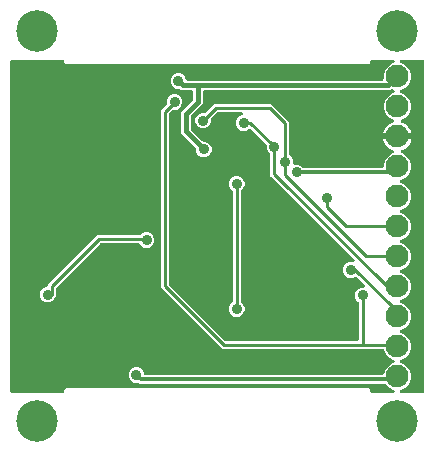
<source format=gbr>
G04 EAGLE Gerber RS-274X export*
G75*
%MOMM*%
%FSLAX34Y34*%
%LPD*%
%INBottom Copper*%
%IPPOS*%
%AMOC8*
5,1,8,0,0,1.08239X$1,22.5*%
G01*
%ADD10C,3.516000*%
%ADD11C,1.930400*%
%ADD12C,0.906400*%
%ADD13C,0.304800*%
%ADD14C,0.254000*%
%ADD15C,0.406400*%

G36*
X46762Y-1520D02*
X46762Y-1520D01*
X46788Y-1522D01*
X46935Y-1500D01*
X47082Y-1483D01*
X47107Y-1475D01*
X47133Y-1471D01*
X47271Y-1416D01*
X47410Y-1366D01*
X47432Y-1352D01*
X47457Y-1342D01*
X47578Y-1257D01*
X47703Y-1177D01*
X47721Y-1158D01*
X47743Y-1143D01*
X47842Y-1033D01*
X47945Y-926D01*
X47959Y-904D01*
X47976Y-884D01*
X48048Y-754D01*
X48124Y-627D01*
X48132Y-602D01*
X48145Y-579D01*
X48185Y-436D01*
X48230Y-295D01*
X48232Y-269D01*
X48240Y-244D01*
X48259Y0D01*
X48259Y1052D01*
X49748Y2541D01*
X305852Y2541D01*
X307341Y1052D01*
X307341Y0D01*
X307344Y-26D01*
X307342Y-52D01*
X307364Y-199D01*
X307381Y-346D01*
X307389Y-371D01*
X307393Y-397D01*
X307448Y-535D01*
X307498Y-674D01*
X307512Y-696D01*
X307522Y-721D01*
X307607Y-842D01*
X307687Y-967D01*
X307706Y-985D01*
X307721Y-1007D01*
X307831Y-1106D01*
X307938Y-1209D01*
X307960Y-1223D01*
X307980Y-1240D01*
X308110Y-1312D01*
X308237Y-1388D01*
X308262Y-1396D01*
X308285Y-1409D01*
X308428Y-1449D01*
X308569Y-1494D01*
X308595Y-1496D01*
X308620Y-1504D01*
X308864Y-1523D01*
X326346Y-1523D01*
X326396Y-1518D01*
X326447Y-1520D01*
X326569Y-1498D01*
X326693Y-1483D01*
X326740Y-1466D01*
X326790Y-1457D01*
X326904Y-1408D01*
X327021Y-1366D01*
X327063Y-1339D01*
X327109Y-1319D01*
X327209Y-1244D01*
X327314Y-1177D01*
X327349Y-1141D01*
X327389Y-1111D01*
X327469Y-1016D01*
X327556Y-926D01*
X327582Y-883D01*
X327614Y-845D01*
X327671Y-734D01*
X327735Y-627D01*
X327750Y-579D01*
X327773Y-534D01*
X327803Y-414D01*
X327841Y-295D01*
X327845Y-245D01*
X327857Y-196D01*
X327859Y-72D01*
X327869Y52D01*
X327861Y102D01*
X327862Y152D01*
X327835Y274D01*
X327817Y397D01*
X327798Y444D01*
X327788Y493D01*
X327734Y605D01*
X327688Y721D01*
X327660Y762D01*
X327638Y808D01*
X327560Y905D01*
X327489Y1007D01*
X327452Y1041D01*
X327421Y1080D01*
X327323Y1157D01*
X327231Y1240D01*
X327187Y1265D01*
X327147Y1296D01*
X326929Y1407D01*
X323581Y2794D01*
X320218Y6157D01*
X320119Y6236D01*
X320025Y6320D01*
X319983Y6344D01*
X319945Y6374D01*
X319831Y6428D01*
X319720Y6489D01*
X319674Y6502D01*
X319630Y6523D01*
X319507Y6549D01*
X319385Y6584D01*
X319324Y6589D01*
X319289Y6596D01*
X319241Y6595D01*
X319141Y6603D01*
X111557Y6603D01*
X111201Y6959D01*
X111102Y7038D01*
X111008Y7122D01*
X110966Y7146D01*
X110928Y7176D01*
X110814Y7230D01*
X110703Y7291D01*
X110656Y7304D01*
X110613Y7325D01*
X110489Y7351D01*
X110368Y7386D01*
X110307Y7391D01*
X110272Y7398D01*
X110224Y7397D01*
X110124Y7405D01*
X107914Y7405D01*
X105501Y8405D01*
X103655Y10251D01*
X102655Y12664D01*
X102655Y15276D01*
X103655Y17689D01*
X105501Y19535D01*
X107914Y20535D01*
X110526Y20535D01*
X112939Y19535D01*
X114785Y17689D01*
X115785Y15276D01*
X115785Y15240D01*
X115788Y15214D01*
X115786Y15188D01*
X115808Y15041D01*
X115825Y14894D01*
X115833Y14869D01*
X115837Y14843D01*
X115892Y14705D01*
X115942Y14566D01*
X115956Y14544D01*
X115966Y14519D01*
X116051Y14398D01*
X116131Y14273D01*
X116150Y14255D01*
X116165Y14233D01*
X116275Y14134D01*
X116382Y14031D01*
X116404Y14017D01*
X116424Y14000D01*
X116554Y13928D01*
X116681Y13852D01*
X116706Y13844D01*
X116729Y13831D01*
X116872Y13791D01*
X117013Y13746D01*
X117039Y13744D01*
X117064Y13736D01*
X117308Y13717D01*
X316992Y13717D01*
X317018Y13720D01*
X317044Y13718D01*
X317191Y13740D01*
X317338Y13757D01*
X317363Y13765D01*
X317389Y13769D01*
X317527Y13824D01*
X317666Y13874D01*
X317688Y13888D01*
X317713Y13898D01*
X317834Y13983D01*
X317959Y14063D01*
X317977Y14082D01*
X317999Y14097D01*
X318098Y14207D01*
X318201Y14314D01*
X318215Y14336D01*
X318232Y14356D01*
X318304Y14486D01*
X318380Y14613D01*
X318388Y14638D01*
X318401Y14661D01*
X318441Y14804D01*
X318486Y14945D01*
X318487Y14957D01*
X320294Y19319D01*
X323581Y22606D01*
X326929Y23993D01*
X327017Y24041D01*
X327109Y24082D01*
X327169Y24126D01*
X327234Y24162D01*
X327308Y24229D01*
X327389Y24289D01*
X327437Y24346D01*
X327492Y24396D01*
X327549Y24479D01*
X327614Y24555D01*
X327648Y24622D01*
X327690Y24683D01*
X327727Y24776D01*
X327773Y24866D01*
X327791Y24938D01*
X327818Y25007D01*
X327833Y25106D01*
X327857Y25204D01*
X327858Y25278D01*
X327869Y25352D01*
X327861Y25452D01*
X327862Y25552D01*
X327846Y25625D01*
X327840Y25699D01*
X327809Y25795D01*
X327788Y25893D01*
X327756Y25960D01*
X327733Y26031D01*
X327681Y26117D01*
X327638Y26208D01*
X327592Y26266D01*
X327553Y26329D01*
X327483Y26402D01*
X327421Y26480D01*
X327362Y26526D01*
X327310Y26579D01*
X327226Y26634D01*
X327147Y26696D01*
X327058Y26742D01*
X327017Y26768D01*
X326983Y26780D01*
X326929Y26807D01*
X323581Y28194D01*
X320294Y31481D01*
X318784Y35127D01*
X318747Y35194D01*
X318719Y35265D01*
X318663Y35346D01*
X318615Y35432D01*
X318563Y35488D01*
X318520Y35551D01*
X318447Y35617D01*
X318381Y35690D01*
X318318Y35733D01*
X318261Y35784D01*
X318175Y35832D01*
X318094Y35888D01*
X318023Y35916D01*
X317956Y35953D01*
X317861Y35980D01*
X317770Y36016D01*
X317694Y36027D01*
X317621Y36048D01*
X317472Y36060D01*
X317425Y36067D01*
X317406Y36065D01*
X317377Y36067D01*
X182147Y36067D01*
X179766Y38448D01*
X132428Y85786D01*
X130047Y88167D01*
X130047Y238223D01*
X134594Y242770D01*
X134673Y242869D01*
X134757Y242963D01*
X134781Y243005D01*
X134811Y243043D01*
X134865Y243157D01*
X134926Y243268D01*
X134939Y243314D01*
X134960Y243358D01*
X134986Y243481D01*
X135021Y243603D01*
X135026Y243664D01*
X135033Y243699D01*
X135032Y243747D01*
X135040Y243847D01*
X135040Y246416D01*
X136040Y248829D01*
X137886Y250675D01*
X140299Y251675D01*
X142911Y251675D01*
X145324Y250675D01*
X147170Y248829D01*
X148170Y246416D01*
X148170Y243804D01*
X147170Y241391D01*
X145324Y239545D01*
X142911Y238545D01*
X140342Y238545D01*
X140216Y238531D01*
X140090Y238524D01*
X140044Y238511D01*
X139996Y238505D01*
X139877Y238463D01*
X139755Y238428D01*
X139713Y238404D01*
X139668Y238388D01*
X139561Y238319D01*
X139451Y238258D01*
X139405Y238218D01*
X139375Y238199D01*
X139341Y238164D01*
X139265Y238099D01*
X137099Y235933D01*
X137020Y235834D01*
X136936Y235740D01*
X136912Y235698D01*
X136882Y235660D01*
X136828Y235546D01*
X136767Y235435D01*
X136754Y235389D01*
X136733Y235345D01*
X136707Y235222D01*
X136672Y235100D01*
X136667Y235039D01*
X136660Y235004D01*
X136661Y234956D01*
X136653Y234856D01*
X136653Y91534D01*
X136667Y91408D01*
X136674Y91282D01*
X136687Y91236D01*
X136693Y91188D01*
X136735Y91069D01*
X136770Y90947D01*
X136794Y90905D01*
X136810Y90860D01*
X136879Y90753D01*
X136940Y90643D01*
X136980Y90597D01*
X136999Y90567D01*
X137034Y90533D01*
X137099Y90457D01*
X184437Y43119D01*
X184536Y43040D01*
X184630Y42956D01*
X184672Y42932D01*
X184710Y42902D01*
X184824Y42848D01*
X184935Y42787D01*
X184981Y42774D01*
X185025Y42753D01*
X185148Y42727D01*
X185270Y42692D01*
X185331Y42687D01*
X185366Y42680D01*
X185414Y42681D01*
X185514Y42673D01*
X296160Y42673D01*
X296186Y42676D01*
X296212Y42674D01*
X296359Y42696D01*
X296506Y42713D01*
X296531Y42721D01*
X296557Y42725D01*
X296695Y42780D01*
X296834Y42830D01*
X296856Y42844D01*
X296881Y42854D01*
X297002Y42939D01*
X297127Y43019D01*
X297145Y43038D01*
X297167Y43053D01*
X297266Y43163D01*
X297369Y43270D01*
X297383Y43292D01*
X297400Y43312D01*
X297472Y43442D01*
X297548Y43569D01*
X297556Y43594D01*
X297569Y43617D01*
X297609Y43760D01*
X297654Y43901D01*
X297656Y43927D01*
X297664Y43952D01*
X297683Y44196D01*
X297683Y74664D01*
X297681Y74680D01*
X297682Y74691D01*
X297672Y74757D01*
X297669Y74789D01*
X297662Y74916D01*
X297649Y74962D01*
X297643Y75010D01*
X297601Y75129D01*
X297566Y75250D01*
X297542Y75293D01*
X297526Y75338D01*
X297457Y75444D01*
X297396Y75555D01*
X297356Y75601D01*
X297337Y75631D01*
X297302Y75664D01*
X297237Y75741D01*
X295421Y77557D01*
X294421Y79970D01*
X294421Y82582D01*
X295421Y84995D01*
X297267Y86841D01*
X299680Y87841D01*
X301321Y87841D01*
X301421Y87852D01*
X301521Y87854D01*
X301593Y87872D01*
X301667Y87881D01*
X301762Y87914D01*
X301859Y87939D01*
X301925Y87973D01*
X301995Y87998D01*
X302080Y88052D01*
X302169Y88098D01*
X302226Y88147D01*
X302288Y88187D01*
X302358Y88259D01*
X302435Y88324D01*
X302479Y88384D01*
X302530Y88438D01*
X302582Y88524D01*
X302642Y88605D01*
X302671Y88673D01*
X302709Y88737D01*
X302740Y88832D01*
X302780Y88925D01*
X302793Y88998D01*
X302816Y89069D01*
X302824Y89169D01*
X302841Y89268D01*
X302838Y89342D01*
X302844Y89416D01*
X302829Y89515D01*
X302823Y89616D01*
X302803Y89687D01*
X302792Y89761D01*
X302755Y89854D01*
X302727Y89951D01*
X302691Y90016D01*
X302663Y90085D01*
X302606Y90167D01*
X302557Y90255D01*
X302492Y90331D01*
X302464Y90371D01*
X302438Y90395D01*
X302398Y90441D01*
X295965Y96874D01*
X295906Y96921D01*
X295852Y96976D01*
X295770Y97029D01*
X295692Y97090D01*
X295623Y97123D01*
X295559Y97164D01*
X295466Y97197D01*
X295377Y97239D01*
X295303Y97255D01*
X295231Y97281D01*
X295133Y97292D01*
X295037Y97313D01*
X294960Y97311D01*
X294884Y97320D01*
X294786Y97308D01*
X294688Y97307D01*
X294614Y97288D01*
X294538Y97279D01*
X294396Y97233D01*
X294350Y97222D01*
X294333Y97213D01*
X294305Y97204D01*
X292136Y96305D01*
X289524Y96305D01*
X287111Y97305D01*
X285265Y99151D01*
X284265Y101564D01*
X284265Y104176D01*
X285265Y106589D01*
X287111Y108435D01*
X289524Y109435D01*
X292427Y109435D01*
X292527Y109446D01*
X292627Y109448D01*
X292699Y109466D01*
X292773Y109475D01*
X292868Y109508D01*
X292965Y109533D01*
X293031Y109567D01*
X293101Y109592D01*
X293186Y109647D01*
X293275Y109693D01*
X293332Y109741D01*
X293394Y109781D01*
X293464Y109853D01*
X293540Y109918D01*
X293585Y109978D01*
X293636Y110032D01*
X293688Y110118D01*
X293748Y110199D01*
X293777Y110267D01*
X293815Y110331D01*
X293846Y110427D01*
X293886Y110519D01*
X293899Y110592D01*
X293921Y110663D01*
X293930Y110763D01*
X293947Y110862D01*
X293943Y110936D01*
X293949Y111010D01*
X293935Y111110D01*
X293929Y111210D01*
X293909Y111281D01*
X293898Y111355D01*
X293861Y111448D01*
X293833Y111545D01*
X293796Y111610D01*
X293769Y111679D01*
X293712Y111761D01*
X293663Y111849D01*
X293598Y111925D01*
X293570Y111965D01*
X293544Y111989D01*
X293504Y112035D01*
X222757Y182782D01*
X222757Y200398D01*
X222743Y200523D01*
X222736Y200650D01*
X222723Y200696D01*
X222717Y200744D01*
X222675Y200863D01*
X222640Y200984D01*
X222616Y201027D01*
X222600Y201072D01*
X222531Y201178D01*
X222470Y201289D01*
X222430Y201335D01*
X222411Y201365D01*
X222376Y201398D01*
X222311Y201475D01*
X220495Y203291D01*
X219495Y205704D01*
X219495Y208273D01*
X219481Y208399D01*
X219474Y208525D01*
X219461Y208571D01*
X219455Y208619D01*
X219413Y208738D01*
X219378Y208860D01*
X219354Y208902D01*
X219338Y208947D01*
X219269Y209054D01*
X219208Y209164D01*
X219168Y209210D01*
X219149Y209240D01*
X219114Y209274D01*
X219049Y209350D01*
X206266Y222133D01*
X206246Y222149D01*
X206229Y222169D01*
X206109Y222258D01*
X205993Y222350D01*
X205969Y222361D01*
X205948Y222376D01*
X205812Y222435D01*
X205678Y222499D01*
X205652Y222504D01*
X205628Y222515D01*
X205482Y222541D01*
X205337Y222572D01*
X205311Y222572D01*
X205285Y222576D01*
X205137Y222569D01*
X204989Y222566D01*
X204963Y222560D01*
X204937Y222558D01*
X204795Y222517D01*
X204651Y222481D01*
X204628Y222469D01*
X204602Y222462D01*
X204473Y222389D01*
X204341Y222321D01*
X204321Y222304D01*
X204298Y222292D01*
X204112Y222133D01*
X203744Y221765D01*
X201331Y220765D01*
X198719Y220765D01*
X196306Y221765D01*
X194460Y223611D01*
X193460Y226024D01*
X193460Y228636D01*
X194460Y231049D01*
X196306Y232895D01*
X198483Y233797D01*
X198527Y233821D01*
X198574Y233838D01*
X198679Y233906D01*
X198787Y233966D01*
X198824Y234000D01*
X198867Y234027D01*
X198953Y234117D01*
X199045Y234200D01*
X199074Y234242D01*
X199109Y234278D01*
X199173Y234385D01*
X199244Y234487D01*
X199262Y234534D01*
X199288Y234577D01*
X199326Y234695D01*
X199371Y234811D01*
X199379Y234861D01*
X199394Y234909D01*
X199404Y235033D01*
X199422Y235156D01*
X199418Y235206D01*
X199422Y235256D01*
X199404Y235379D01*
X199393Y235503D01*
X199378Y235551D01*
X199370Y235601D01*
X199324Y235716D01*
X199286Y235835D01*
X199260Y235878D01*
X199242Y235925D01*
X199171Y236027D01*
X199106Y236133D01*
X199071Y236170D01*
X199043Y236211D01*
X198950Y236294D01*
X198864Y236383D01*
X198821Y236411D01*
X198784Y236444D01*
X198675Y236504D01*
X198570Y236572D01*
X198523Y236589D01*
X198479Y236613D01*
X198359Y236647D01*
X198242Y236688D01*
X198192Y236694D01*
X198143Y236708D01*
X197900Y236727D01*
X178529Y236727D01*
X178403Y236713D01*
X178277Y236706D01*
X178231Y236693D01*
X178183Y236687D01*
X178064Y236645D01*
X177942Y236610D01*
X177900Y236586D01*
X177855Y236570D01*
X177748Y236501D01*
X177638Y236440D01*
X177592Y236400D01*
X177562Y236381D01*
X177528Y236346D01*
X177452Y236281D01*
X172746Y231575D01*
X172667Y231476D01*
X172583Y231382D01*
X172559Y231340D01*
X172529Y231302D01*
X172475Y231188D01*
X172414Y231077D01*
X172401Y231031D01*
X172380Y230987D01*
X172354Y230864D01*
X172319Y230742D01*
X172314Y230681D01*
X172307Y230646D01*
X172308Y230598D01*
X172300Y230498D01*
X172300Y227929D01*
X171300Y225516D01*
X169454Y223670D01*
X167041Y222670D01*
X164429Y222670D01*
X162016Y223670D01*
X160170Y225516D01*
X159170Y227929D01*
X159170Y230541D01*
X160170Y232954D01*
X162016Y234800D01*
X164429Y235800D01*
X166998Y235800D01*
X167124Y235814D01*
X167250Y235821D01*
X167296Y235834D01*
X167344Y235840D01*
X167463Y235882D01*
X167585Y235917D01*
X167627Y235941D01*
X167672Y235957D01*
X167779Y236026D01*
X167889Y236087D01*
X167935Y236127D01*
X167965Y236146D01*
X167999Y236181D01*
X168075Y236246D01*
X175162Y243333D01*
X223618Y243333D01*
X238467Y228484D01*
X238467Y200922D01*
X238481Y200797D01*
X238488Y200670D01*
X238501Y200624D01*
X238507Y200576D01*
X238549Y200457D01*
X238584Y200336D01*
X238608Y200293D01*
X238624Y200248D01*
X238693Y200142D01*
X238754Y200031D01*
X238794Y199985D01*
X238813Y199955D01*
X238848Y199922D01*
X238913Y199845D01*
X240729Y198029D01*
X241729Y195616D01*
X241729Y193405D01*
X241746Y193256D01*
X241758Y193106D01*
X241766Y193083D01*
X241769Y193059D01*
X241819Y192917D01*
X241865Y192774D01*
X241878Y192753D01*
X241886Y192730D01*
X241968Y192604D01*
X242045Y192475D01*
X242062Y192458D01*
X242075Y192438D01*
X242183Y192333D01*
X242288Y192225D01*
X242308Y192212D01*
X242326Y192195D01*
X242455Y192118D01*
X242581Y192037D01*
X242604Y192029D01*
X242625Y192017D01*
X242768Y191971D01*
X242910Y191920D01*
X242934Y191918D01*
X242957Y191910D01*
X243106Y191898D01*
X243256Y191882D01*
X243280Y191884D01*
X243304Y191882D01*
X243453Y191905D01*
X243602Y191922D01*
X243630Y191931D01*
X243649Y191934D01*
X243693Y191952D01*
X243795Y191985D01*
X246416Y191985D01*
X248829Y190985D01*
X250391Y189423D01*
X250490Y189344D01*
X250584Y189260D01*
X250626Y189236D01*
X250664Y189206D01*
X250778Y189152D01*
X250889Y189091D01*
X250936Y189078D01*
X250979Y189057D01*
X251103Y189031D01*
X251224Y188996D01*
X251285Y188991D01*
X251320Y188984D01*
X251368Y188985D01*
X251468Y188977D01*
X316992Y188977D01*
X317018Y188980D01*
X317044Y188978D01*
X317191Y189000D01*
X317338Y189017D01*
X317363Y189025D01*
X317389Y189029D01*
X317527Y189084D01*
X317666Y189134D01*
X317688Y189148D01*
X317713Y189158D01*
X317834Y189243D01*
X317959Y189323D01*
X317977Y189342D01*
X317999Y189357D01*
X318098Y189467D01*
X318201Y189574D01*
X318215Y189596D01*
X318232Y189616D01*
X318304Y189746D01*
X318380Y189873D01*
X318388Y189898D01*
X318401Y189921D01*
X318441Y190064D01*
X318486Y190205D01*
X318488Y190231D01*
X318496Y190256D01*
X318515Y190500D01*
X318515Y192824D01*
X320294Y197119D01*
X323581Y200406D01*
X326294Y201529D01*
X326434Y201607D01*
X326575Y201682D01*
X326586Y201692D01*
X326598Y201699D01*
X326717Y201806D01*
X326837Y201911D01*
X326846Y201923D01*
X326857Y201933D01*
X326947Y202064D01*
X327041Y202194D01*
X327046Y202208D01*
X327055Y202220D01*
X327113Y202368D01*
X327175Y202516D01*
X327177Y202530D01*
X327183Y202544D01*
X327206Y202701D01*
X327232Y202860D01*
X327231Y202874D01*
X327233Y202889D01*
X327220Y203048D01*
X327210Y203208D01*
X327206Y203221D01*
X327204Y203236D01*
X327155Y203389D01*
X327109Y203541D01*
X327102Y203554D01*
X327097Y203568D01*
X327014Y203705D01*
X326935Y203843D01*
X326925Y203854D01*
X326918Y203866D01*
X326806Y203981D01*
X326697Y204098D01*
X326685Y204106D01*
X326675Y204116D01*
X326540Y204203D01*
X326407Y204291D01*
X326391Y204298D01*
X326382Y204304D01*
X326345Y204317D01*
X326182Y204385D01*
X325519Y204601D01*
X323810Y205472D01*
X322257Y206600D01*
X320900Y207957D01*
X319772Y209510D01*
X318901Y211220D01*
X318307Y213045D01*
X318251Y213401D01*
X329224Y213401D01*
X329250Y213404D01*
X329276Y213402D01*
X329423Y213424D01*
X329570Y213441D01*
X329595Y213449D01*
X329621Y213453D01*
X329758Y213508D01*
X329898Y213558D01*
X329920Y213572D01*
X329945Y213582D01*
X330066Y213667D01*
X330191Y213747D01*
X330203Y213760D01*
X330250Y213715D01*
X330273Y213701D01*
X330292Y213684D01*
X330422Y213612D01*
X330549Y213536D01*
X330574Y213528D01*
X330597Y213515D01*
X330740Y213475D01*
X330881Y213430D01*
X330907Y213427D01*
X330932Y213420D01*
X331176Y213401D01*
X342149Y213401D01*
X342093Y213045D01*
X341499Y211220D01*
X340628Y209510D01*
X339500Y207957D01*
X338143Y206600D01*
X336590Y205472D01*
X334881Y204601D01*
X334218Y204385D01*
X334073Y204319D01*
X333926Y204255D01*
X333915Y204247D01*
X333901Y204241D01*
X333775Y204143D01*
X333647Y204047D01*
X333637Y204036D01*
X333626Y204027D01*
X333524Y203903D01*
X333421Y203781D01*
X333415Y203768D01*
X333406Y203757D01*
X333336Y203614D01*
X333263Y203471D01*
X333259Y203457D01*
X333253Y203444D01*
X333217Y203289D01*
X333179Y203133D01*
X333178Y203118D01*
X333175Y203104D01*
X333176Y202945D01*
X333173Y202784D01*
X333177Y202770D01*
X333177Y202756D01*
X333214Y202600D01*
X333248Y202444D01*
X333254Y202431D01*
X333257Y202417D01*
X333329Y202273D01*
X333398Y202129D01*
X333407Y202118D01*
X333413Y202105D01*
X333515Y201982D01*
X333615Y201857D01*
X333626Y201848D01*
X333636Y201837D01*
X333763Y201740D01*
X333888Y201641D01*
X333904Y201633D01*
X333913Y201626D01*
X333948Y201610D01*
X334106Y201529D01*
X336819Y200406D01*
X340106Y197119D01*
X341885Y192824D01*
X341885Y188176D01*
X340106Y183881D01*
X336819Y180594D01*
X333471Y179207D01*
X333383Y179159D01*
X333291Y179119D01*
X333231Y179074D01*
X333166Y179038D01*
X333092Y178971D01*
X333011Y178911D01*
X332963Y178854D01*
X332908Y178804D01*
X332851Y178721D01*
X332786Y178645D01*
X332752Y178578D01*
X332710Y178517D01*
X332673Y178424D01*
X332627Y178334D01*
X332609Y178262D01*
X332582Y178193D01*
X332567Y178093D01*
X332543Y177996D01*
X332542Y177922D01*
X332531Y177848D01*
X332539Y177748D01*
X332538Y177648D01*
X332554Y177575D01*
X332560Y177501D01*
X332591Y177405D01*
X332612Y177307D01*
X332644Y177240D01*
X332667Y177169D01*
X332719Y177083D01*
X332762Y176992D01*
X332808Y176934D01*
X332847Y176871D01*
X332917Y176798D01*
X332979Y176720D01*
X333038Y176674D01*
X333090Y176621D01*
X333174Y176566D01*
X333253Y176504D01*
X333342Y176458D01*
X333383Y176432D01*
X333417Y176420D01*
X333471Y176393D01*
X336819Y175006D01*
X340106Y171719D01*
X341885Y167424D01*
X341885Y162776D01*
X340106Y158481D01*
X336819Y155194D01*
X333471Y153807D01*
X333383Y153759D01*
X333291Y153719D01*
X333231Y153674D01*
X333166Y153638D01*
X333092Y153571D01*
X333011Y153511D01*
X332963Y153454D01*
X332908Y153404D01*
X332851Y153321D01*
X332786Y153245D01*
X332752Y153178D01*
X332710Y153117D01*
X332673Y153024D01*
X332627Y152934D01*
X332609Y152862D01*
X332582Y152793D01*
X332567Y152693D01*
X332543Y152596D01*
X332542Y152522D01*
X332531Y152448D01*
X332539Y152348D01*
X332538Y152248D01*
X332554Y152175D01*
X332560Y152101D01*
X332591Y152005D01*
X332612Y151907D01*
X332644Y151840D01*
X332667Y151769D01*
X332719Y151683D01*
X332762Y151592D01*
X332808Y151534D01*
X332847Y151471D01*
X332917Y151398D01*
X332979Y151320D01*
X333038Y151274D01*
X333090Y151221D01*
X333174Y151166D01*
X333253Y151104D01*
X333342Y151058D01*
X333383Y151032D01*
X333417Y151020D01*
X333471Y150993D01*
X336819Y149606D01*
X340106Y146319D01*
X341885Y142024D01*
X341885Y137376D01*
X340106Y133081D01*
X336819Y129794D01*
X333471Y128407D01*
X333383Y128359D01*
X333291Y128319D01*
X333231Y128274D01*
X333166Y128238D01*
X333092Y128171D01*
X333011Y128111D01*
X332963Y128054D01*
X332908Y128004D01*
X332851Y127921D01*
X332786Y127845D01*
X332752Y127778D01*
X332710Y127717D01*
X332673Y127624D01*
X332627Y127534D01*
X332609Y127462D01*
X332582Y127393D01*
X332567Y127293D01*
X332543Y127196D01*
X332542Y127122D01*
X332531Y127048D01*
X332539Y126948D01*
X332538Y126848D01*
X332554Y126775D01*
X332560Y126701D01*
X332591Y126605D01*
X332612Y126507D01*
X332644Y126440D01*
X332667Y126369D01*
X332719Y126283D01*
X332762Y126192D01*
X332808Y126134D01*
X332847Y126071D01*
X332917Y125998D01*
X332979Y125920D01*
X333038Y125874D01*
X333090Y125821D01*
X333174Y125766D01*
X333253Y125704D01*
X333342Y125658D01*
X333383Y125632D01*
X333417Y125620D01*
X333471Y125593D01*
X336819Y124206D01*
X340106Y120919D01*
X341885Y116624D01*
X341885Y111976D01*
X340106Y107681D01*
X336819Y104394D01*
X333471Y103007D01*
X333383Y102959D01*
X333291Y102919D01*
X333231Y102874D01*
X333166Y102838D01*
X333092Y102771D01*
X333011Y102711D01*
X332963Y102654D01*
X332908Y102604D01*
X332851Y102521D01*
X332786Y102445D01*
X332752Y102378D01*
X332710Y102317D01*
X332673Y102224D01*
X332627Y102134D01*
X332609Y102062D01*
X332582Y101993D01*
X332567Y101893D01*
X332543Y101796D01*
X332542Y101722D01*
X332531Y101648D01*
X332539Y101548D01*
X332538Y101448D01*
X332554Y101375D01*
X332560Y101301D01*
X332591Y101205D01*
X332612Y101107D01*
X332644Y101040D01*
X332667Y100969D01*
X332719Y100883D01*
X332762Y100792D01*
X332808Y100734D01*
X332847Y100671D01*
X332917Y100598D01*
X332979Y100520D01*
X333038Y100474D01*
X333090Y100421D01*
X333174Y100366D01*
X333253Y100304D01*
X333342Y100258D01*
X333383Y100232D01*
X333417Y100220D01*
X333471Y100193D01*
X336819Y98806D01*
X340106Y95519D01*
X341885Y91224D01*
X341885Y86576D01*
X340106Y82281D01*
X336819Y78994D01*
X333471Y77607D01*
X333383Y77559D01*
X333291Y77519D01*
X333231Y77474D01*
X333166Y77438D01*
X333092Y77371D01*
X333011Y77311D01*
X332963Y77254D01*
X332908Y77204D01*
X332851Y77121D01*
X332786Y77045D01*
X332752Y76978D01*
X332710Y76917D01*
X332673Y76824D01*
X332627Y76734D01*
X332609Y76662D01*
X332582Y76593D01*
X332567Y76493D01*
X332543Y76396D01*
X332542Y76322D01*
X332531Y76248D01*
X332539Y76148D01*
X332538Y76048D01*
X332554Y75975D01*
X332560Y75901D01*
X332591Y75805D01*
X332612Y75707D01*
X332644Y75640D01*
X332667Y75569D01*
X332719Y75483D01*
X332762Y75392D01*
X332808Y75334D01*
X332847Y75271D01*
X332917Y75198D01*
X332979Y75120D01*
X333038Y75074D01*
X333090Y75021D01*
X333174Y74966D01*
X333253Y74904D01*
X333342Y74858D01*
X333383Y74832D01*
X333417Y74820D01*
X333471Y74793D01*
X336819Y73406D01*
X340106Y70119D01*
X341885Y65824D01*
X341885Y61176D01*
X340106Y56881D01*
X336819Y53594D01*
X333471Y52207D01*
X333383Y52159D01*
X333291Y52119D01*
X333231Y52074D01*
X333166Y52038D01*
X333092Y51971D01*
X333011Y51911D01*
X332963Y51854D01*
X332908Y51804D01*
X332851Y51721D01*
X332786Y51645D01*
X332752Y51578D01*
X332710Y51517D01*
X332673Y51424D01*
X332627Y51334D01*
X332609Y51262D01*
X332582Y51193D01*
X332567Y51093D01*
X332543Y50996D01*
X332542Y50922D01*
X332531Y50848D01*
X332539Y50748D01*
X332538Y50648D01*
X332554Y50575D01*
X332560Y50501D01*
X332591Y50405D01*
X332612Y50307D01*
X332644Y50240D01*
X332667Y50169D01*
X332719Y50083D01*
X332762Y49992D01*
X332808Y49934D01*
X332847Y49871D01*
X332917Y49798D01*
X332979Y49720D01*
X333038Y49674D01*
X333090Y49621D01*
X333174Y49566D01*
X333253Y49504D01*
X333342Y49458D01*
X333383Y49432D01*
X333417Y49420D01*
X333471Y49393D01*
X336819Y48006D01*
X340106Y44719D01*
X341885Y40424D01*
X341885Y35776D01*
X340106Y31481D01*
X336819Y28194D01*
X333471Y26807D01*
X333383Y26759D01*
X333291Y26719D01*
X333231Y26674D01*
X333166Y26638D01*
X333092Y26571D01*
X333011Y26511D01*
X332963Y26454D01*
X332908Y26404D01*
X332851Y26321D01*
X332786Y26245D01*
X332752Y26178D01*
X332710Y26117D01*
X332673Y26024D01*
X332627Y25934D01*
X332609Y25862D01*
X332582Y25793D01*
X332567Y25694D01*
X332543Y25596D01*
X332542Y25522D01*
X332531Y25448D01*
X332539Y25348D01*
X332538Y25248D01*
X332554Y25175D01*
X332560Y25101D01*
X332591Y25005D01*
X332612Y24907D01*
X332644Y24840D01*
X332667Y24769D01*
X332719Y24683D01*
X332762Y24592D01*
X332808Y24534D01*
X332847Y24471D01*
X332917Y24398D01*
X332979Y24320D01*
X333038Y24274D01*
X333090Y24221D01*
X333174Y24166D01*
X333253Y24104D01*
X333342Y24058D01*
X333383Y24032D01*
X333417Y24020D01*
X333471Y23993D01*
X336819Y22606D01*
X340106Y19319D01*
X341885Y15024D01*
X341885Y10376D01*
X340106Y6081D01*
X336819Y2794D01*
X333471Y1407D01*
X333427Y1383D01*
X333379Y1366D01*
X333275Y1298D01*
X333166Y1238D01*
X333129Y1204D01*
X333086Y1177D01*
X333000Y1087D01*
X332908Y1004D01*
X332879Y962D01*
X332844Y926D01*
X332780Y819D01*
X332710Y717D01*
X332691Y670D01*
X332665Y627D01*
X332628Y509D01*
X332582Y393D01*
X332575Y343D01*
X332559Y295D01*
X332549Y171D01*
X332531Y48D01*
X332535Y-2D01*
X332531Y-52D01*
X332550Y-175D01*
X332560Y-299D01*
X332575Y-347D01*
X332583Y-397D01*
X332629Y-512D01*
X332667Y-631D01*
X332693Y-674D01*
X332712Y-721D01*
X332783Y-823D01*
X332847Y-929D01*
X332882Y-966D01*
X332911Y-1007D01*
X333003Y-1090D01*
X333090Y-1179D01*
X333132Y-1207D01*
X333169Y-1240D01*
X333278Y-1300D01*
X333383Y-1368D01*
X333430Y-1385D01*
X333474Y-1409D01*
X333594Y-1443D01*
X333711Y-1484D01*
X333761Y-1490D01*
X333810Y-1504D01*
X334054Y-1523D01*
X351536Y-1523D01*
X351562Y-1520D01*
X351588Y-1522D01*
X351735Y-1500D01*
X351882Y-1483D01*
X351907Y-1475D01*
X351933Y-1471D01*
X352071Y-1416D01*
X352210Y-1366D01*
X352232Y-1352D01*
X352257Y-1342D01*
X352378Y-1257D01*
X352503Y-1177D01*
X352521Y-1158D01*
X352543Y-1143D01*
X352642Y-1033D01*
X352745Y-926D01*
X352759Y-904D01*
X352776Y-884D01*
X352848Y-754D01*
X352924Y-627D01*
X352932Y-602D01*
X352945Y-579D01*
X352985Y-436D01*
X353030Y-295D01*
X353032Y-269D01*
X353040Y-244D01*
X353059Y0D01*
X353059Y279400D01*
X353056Y279426D01*
X353058Y279452D01*
X353036Y279599D01*
X353019Y279746D01*
X353011Y279771D01*
X353007Y279797D01*
X352952Y279934D01*
X352902Y280074D01*
X352888Y280096D01*
X352878Y280121D01*
X352793Y280242D01*
X352713Y280367D01*
X352694Y280385D01*
X352679Y280407D01*
X352569Y280506D01*
X352462Y280609D01*
X352440Y280623D01*
X352420Y280640D01*
X352290Y280712D01*
X352163Y280788D01*
X352138Y280796D01*
X352115Y280809D01*
X351972Y280849D01*
X351831Y280894D01*
X351805Y280896D01*
X351780Y280904D01*
X351536Y280923D01*
X334054Y280923D01*
X334004Y280918D01*
X333953Y280920D01*
X333831Y280898D01*
X333707Y280883D01*
X333660Y280866D01*
X333610Y280857D01*
X333496Y280808D01*
X333379Y280766D01*
X333337Y280739D01*
X333291Y280719D01*
X333191Y280644D01*
X333086Y280577D01*
X333051Y280541D01*
X333011Y280511D01*
X332931Y280416D01*
X332844Y280326D01*
X332818Y280283D01*
X332786Y280245D01*
X332729Y280134D01*
X332665Y280027D01*
X332650Y279979D01*
X332627Y279934D01*
X332597Y279814D01*
X332559Y279695D01*
X332555Y279645D01*
X332543Y279596D01*
X332541Y279472D01*
X332531Y279348D01*
X332539Y279298D01*
X332538Y279248D01*
X332564Y279126D01*
X332583Y279003D01*
X332602Y278956D01*
X332612Y278907D01*
X332666Y278795D01*
X332712Y278679D01*
X332740Y278638D01*
X332762Y278592D01*
X332840Y278495D01*
X332911Y278393D01*
X332948Y278359D01*
X332979Y278320D01*
X333077Y278243D01*
X333169Y278160D01*
X333213Y278135D01*
X333253Y278104D01*
X333471Y277993D01*
X336819Y276606D01*
X340106Y273319D01*
X341885Y269024D01*
X341885Y264376D01*
X340106Y260081D01*
X336819Y256794D01*
X333471Y255407D01*
X333383Y255359D01*
X333291Y255319D01*
X333231Y255274D01*
X333166Y255238D01*
X333092Y255171D01*
X333011Y255111D01*
X332963Y255054D01*
X332908Y255004D01*
X332851Y254921D01*
X332786Y254845D01*
X332752Y254778D01*
X332710Y254717D01*
X332673Y254624D01*
X332627Y254534D01*
X332609Y254462D01*
X332582Y254393D01*
X332567Y254293D01*
X332543Y254196D01*
X332542Y254122D01*
X332531Y254048D01*
X332539Y253948D01*
X332538Y253848D01*
X332554Y253775D01*
X332560Y253701D01*
X332591Y253605D01*
X332612Y253507D01*
X332644Y253440D01*
X332667Y253369D01*
X332719Y253283D01*
X332762Y253192D01*
X332808Y253134D01*
X332847Y253071D01*
X332917Y252998D01*
X332979Y252920D01*
X333038Y252874D01*
X333090Y252821D01*
X333174Y252766D01*
X333253Y252704D01*
X333342Y252658D01*
X333383Y252632D01*
X333417Y252620D01*
X333471Y252593D01*
X336819Y251206D01*
X340106Y247919D01*
X341885Y243624D01*
X341885Y238976D01*
X340106Y234681D01*
X336819Y231394D01*
X334106Y230271D01*
X333966Y230193D01*
X333825Y230118D01*
X333814Y230108D01*
X333802Y230101D01*
X333683Y229994D01*
X333563Y229889D01*
X333554Y229877D01*
X333543Y229867D01*
X333453Y229736D01*
X333359Y229606D01*
X333354Y229592D01*
X333345Y229580D01*
X333286Y229431D01*
X333225Y229284D01*
X333223Y229270D01*
X333217Y229256D01*
X333194Y229098D01*
X333168Y228940D01*
X333169Y228926D01*
X333167Y228911D01*
X333180Y228752D01*
X333190Y228592D01*
X333194Y228579D01*
X333196Y228564D01*
X333245Y228411D01*
X333291Y228259D01*
X333298Y228246D01*
X333303Y228232D01*
X333386Y228095D01*
X333465Y227957D01*
X333475Y227946D01*
X333482Y227934D01*
X333594Y227819D01*
X333703Y227702D01*
X333715Y227694D01*
X333725Y227684D01*
X333860Y227597D01*
X333993Y227509D01*
X334009Y227502D01*
X334018Y227496D01*
X334055Y227483D01*
X334218Y227415D01*
X334881Y227199D01*
X336590Y226328D01*
X338143Y225200D01*
X339500Y223843D01*
X340628Y222290D01*
X341499Y220580D01*
X342093Y218755D01*
X342149Y218399D01*
X331176Y218399D01*
X331150Y218396D01*
X331124Y218398D01*
X330977Y218376D01*
X330830Y218359D01*
X330805Y218351D01*
X330779Y218347D01*
X330642Y218292D01*
X330502Y218242D01*
X330480Y218228D01*
X330455Y218218D01*
X330334Y218133D01*
X330209Y218053D01*
X330197Y218040D01*
X330150Y218085D01*
X330127Y218099D01*
X330108Y218116D01*
X329978Y218188D01*
X329851Y218264D01*
X329826Y218272D01*
X329803Y218285D01*
X329660Y218325D01*
X329519Y218370D01*
X329493Y218372D01*
X329468Y218380D01*
X329224Y218399D01*
X318251Y218399D01*
X318307Y218755D01*
X318901Y220580D01*
X319772Y222290D01*
X320900Y223843D01*
X322257Y225200D01*
X323810Y226328D01*
X325519Y227199D01*
X326182Y227415D01*
X326327Y227481D01*
X326474Y227545D01*
X326485Y227553D01*
X326499Y227559D01*
X326625Y227657D01*
X326753Y227753D01*
X326763Y227764D01*
X326774Y227773D01*
X326876Y227897D01*
X326979Y228019D01*
X326985Y228032D01*
X326994Y228043D01*
X327064Y228186D01*
X327137Y228329D01*
X327141Y228343D01*
X327147Y228356D01*
X327183Y228511D01*
X327221Y228667D01*
X327222Y228682D01*
X327225Y228696D01*
X327224Y228855D01*
X327227Y229016D01*
X327223Y229030D01*
X327223Y229044D01*
X327186Y229200D01*
X327152Y229356D01*
X327146Y229369D01*
X327143Y229383D01*
X327071Y229527D01*
X327002Y229671D01*
X326993Y229682D01*
X326987Y229695D01*
X326885Y229818D01*
X326785Y229943D01*
X326774Y229952D01*
X326764Y229963D01*
X326637Y230060D01*
X326512Y230159D01*
X326496Y230167D01*
X326487Y230174D01*
X326452Y230190D01*
X326294Y230271D01*
X323581Y231394D01*
X320294Y234681D01*
X318515Y238976D01*
X318515Y243624D01*
X320294Y247919D01*
X323581Y251206D01*
X326929Y252593D01*
X327017Y252642D01*
X327109Y252682D01*
X327169Y252726D01*
X327234Y252762D01*
X327308Y252830D01*
X327389Y252889D01*
X327437Y252946D01*
X327492Y252996D01*
X327549Y253079D01*
X327614Y253155D01*
X327648Y253222D01*
X327690Y253283D01*
X327727Y253376D01*
X327773Y253466D01*
X327791Y253538D01*
X327818Y253607D01*
X327833Y253707D01*
X327857Y253804D01*
X327858Y253878D01*
X327869Y253952D01*
X327861Y254052D01*
X327862Y254152D01*
X327846Y254225D01*
X327840Y254299D01*
X327809Y254395D01*
X327788Y254493D01*
X327756Y254560D01*
X327733Y254631D01*
X327681Y254717D01*
X327638Y254808D01*
X327592Y254866D01*
X327553Y254929D01*
X327483Y255002D01*
X327421Y255080D01*
X327362Y255126D01*
X327310Y255179D01*
X327226Y255234D01*
X327147Y255296D01*
X327058Y255342D01*
X327017Y255368D01*
X326983Y255380D01*
X326929Y255407D01*
X326262Y255684D01*
X326188Y255705D01*
X326118Y255735D01*
X326021Y255752D01*
X325927Y255779D01*
X325851Y255783D01*
X325775Y255797D01*
X325677Y255792D01*
X325579Y255796D01*
X325504Y255783D01*
X325427Y255779D01*
X325333Y255751D01*
X325236Y255734D01*
X325166Y255703D01*
X325092Y255682D01*
X325006Y255634D01*
X324916Y255595D01*
X324855Y255549D01*
X324788Y255512D01*
X324674Y255415D01*
X324636Y255387D01*
X324624Y255372D01*
X324602Y255354D01*
X324264Y255015D01*
X166878Y255015D01*
X166852Y255012D01*
X166826Y255014D01*
X166679Y254992D01*
X166532Y254975D01*
X166507Y254967D01*
X166481Y254963D01*
X166343Y254908D01*
X166204Y254858D01*
X166182Y254844D01*
X166157Y254834D01*
X166036Y254749D01*
X165911Y254669D01*
X165893Y254650D01*
X165871Y254635D01*
X165772Y254525D01*
X165669Y254418D01*
X165655Y254396D01*
X165638Y254376D01*
X165566Y254246D01*
X165490Y254119D01*
X165482Y254094D01*
X165469Y254071D01*
X165429Y253928D01*
X165384Y253787D01*
X165382Y253761D01*
X165374Y253736D01*
X165355Y253492D01*
X165355Y243426D01*
X155641Y233712D01*
X155562Y233613D01*
X155478Y233520D01*
X155454Y233477D01*
X155424Y233439D01*
X155370Y233325D01*
X155309Y233215D01*
X155296Y233168D01*
X155275Y233124D01*
X155249Y233001D01*
X155214Y232879D01*
X155209Y232818D01*
X155202Y232784D01*
X155203Y232736D01*
X155195Y232635D01*
X155195Y222454D01*
X155209Y222328D01*
X155216Y222202D01*
X155229Y222155D01*
X155235Y222107D01*
X155277Y221988D01*
X155312Y221867D01*
X155336Y221825D01*
X155352Y221779D01*
X155421Y221673D01*
X155482Y221563D01*
X155522Y221517D01*
X155541Y221487D01*
X155576Y221453D01*
X155641Y221377D01*
X165084Y211934D01*
X165183Y211855D01*
X165276Y211771D01*
X165319Y211747D01*
X165357Y211717D01*
X165471Y211663D01*
X165581Y211602D01*
X165628Y211589D01*
X165672Y211568D01*
X165795Y211542D01*
X165917Y211507D01*
X165978Y211502D01*
X166012Y211495D01*
X166060Y211496D01*
X166161Y211488D01*
X167652Y211488D01*
X170065Y210488D01*
X171911Y208642D01*
X172911Y206229D01*
X172911Y203617D01*
X171911Y201204D01*
X170065Y199358D01*
X167652Y198358D01*
X165040Y198358D01*
X162627Y199358D01*
X160781Y201204D01*
X159781Y203617D01*
X159781Y205108D01*
X159767Y205234D01*
X159760Y205360D01*
X159747Y205407D01*
X159741Y205455D01*
X159699Y205574D01*
X159664Y205695D01*
X159640Y205737D01*
X159624Y205783D01*
X159555Y205889D01*
X159494Y205999D01*
X159454Y206045D01*
X159435Y206075D01*
X159400Y206109D01*
X159335Y206185D01*
X147065Y218455D01*
X147065Y236634D01*
X156779Y246348D01*
X156858Y246447D01*
X156942Y246540D01*
X156966Y246583D01*
X156996Y246621D01*
X157050Y246735D01*
X157111Y246845D01*
X157124Y246892D01*
X157145Y246936D01*
X157171Y247059D01*
X157206Y247181D01*
X157211Y247242D01*
X157218Y247276D01*
X157217Y247324D01*
X157225Y247425D01*
X157225Y253492D01*
X157222Y253518D01*
X157224Y253544D01*
X157202Y253691D01*
X157185Y253838D01*
X157177Y253863D01*
X157173Y253889D01*
X157118Y254027D01*
X157068Y254166D01*
X157054Y254188D01*
X157044Y254213D01*
X156959Y254334D01*
X156879Y254459D01*
X156860Y254477D01*
X156845Y254499D01*
X156735Y254598D01*
X156628Y254701D01*
X156606Y254715D01*
X156586Y254732D01*
X156456Y254804D01*
X156329Y254880D01*
X156304Y254888D01*
X156281Y254901D01*
X156138Y254941D01*
X155997Y254986D01*
X155971Y254988D01*
X155946Y254996D01*
X155702Y255015D01*
X146906Y255015D01*
X146042Y255879D01*
X145943Y255958D01*
X145850Y256042D01*
X145807Y256066D01*
X145769Y256096D01*
X145655Y256150D01*
X145545Y256211D01*
X145498Y256224D01*
X145454Y256245D01*
X145331Y256271D01*
X145209Y256306D01*
X145148Y256311D01*
X145114Y256318D01*
X145066Y256317D01*
X144965Y256325D01*
X143474Y256325D01*
X141061Y257325D01*
X139215Y259171D01*
X138215Y261584D01*
X138215Y264196D01*
X139215Y266609D01*
X141061Y268455D01*
X143474Y269455D01*
X146086Y269455D01*
X148499Y268455D01*
X150345Y266609D01*
X151391Y264085D01*
X151428Y264018D01*
X151456Y263947D01*
X151512Y263867D01*
X151560Y263780D01*
X151611Y263724D01*
X151655Y263661D01*
X151728Y263595D01*
X151794Y263522D01*
X151857Y263479D01*
X151914Y263428D01*
X152000Y263380D01*
X152081Y263324D01*
X152152Y263296D01*
X152219Y263259D01*
X152314Y263232D01*
X152405Y263196D01*
X152481Y263185D01*
X152554Y263164D01*
X152703Y263152D01*
X152750Y263145D01*
X152769Y263147D01*
X152798Y263145D01*
X316992Y263145D01*
X317018Y263148D01*
X317044Y263146D01*
X317191Y263168D01*
X317338Y263185D01*
X317363Y263193D01*
X317389Y263197D01*
X317527Y263252D01*
X317666Y263302D01*
X317688Y263316D01*
X317713Y263326D01*
X317834Y263411D01*
X317959Y263491D01*
X317977Y263510D01*
X317999Y263525D01*
X318098Y263635D01*
X318201Y263742D01*
X318215Y263764D01*
X318232Y263784D01*
X318304Y263914D01*
X318380Y264041D01*
X318388Y264066D01*
X318401Y264089D01*
X318441Y264232D01*
X318486Y264373D01*
X318488Y264399D01*
X318496Y264424D01*
X318515Y264668D01*
X318515Y269024D01*
X320294Y273319D01*
X323581Y276606D01*
X326929Y277993D01*
X326973Y278017D01*
X327021Y278034D01*
X327125Y278102D01*
X327234Y278162D01*
X327271Y278196D01*
X327314Y278223D01*
X327400Y278313D01*
X327492Y278396D01*
X327521Y278438D01*
X327556Y278474D01*
X327620Y278581D01*
X327690Y278683D01*
X327709Y278730D01*
X327735Y278773D01*
X327772Y278891D01*
X327818Y279007D01*
X327825Y279057D01*
X327841Y279105D01*
X327851Y279229D01*
X327869Y279352D01*
X327865Y279402D01*
X327869Y279452D01*
X327850Y279575D01*
X327840Y279699D01*
X327825Y279747D01*
X327817Y279797D01*
X327771Y279912D01*
X327733Y280031D01*
X327707Y280074D01*
X327688Y280121D01*
X327618Y280223D01*
X327553Y280329D01*
X327518Y280366D01*
X327489Y280407D01*
X327397Y280490D01*
X327310Y280579D01*
X327268Y280607D01*
X327231Y280640D01*
X327122Y280700D01*
X327017Y280768D01*
X326970Y280785D01*
X326926Y280809D01*
X326806Y280843D01*
X326689Y280884D01*
X326639Y280890D01*
X326590Y280904D01*
X326346Y280923D01*
X308864Y280923D01*
X308838Y280920D01*
X308812Y280922D01*
X308665Y280900D01*
X308518Y280883D01*
X308493Y280875D01*
X308467Y280871D01*
X308329Y280816D01*
X308190Y280766D01*
X308168Y280752D01*
X308143Y280742D01*
X308022Y280657D01*
X307897Y280577D01*
X307879Y280558D01*
X307857Y280543D01*
X307758Y280433D01*
X307655Y280326D01*
X307641Y280304D01*
X307624Y280284D01*
X307552Y280154D01*
X307476Y280027D01*
X307468Y280002D01*
X307455Y279979D01*
X307415Y279836D01*
X307370Y279695D01*
X307368Y279669D01*
X307360Y279644D01*
X307341Y279400D01*
X307341Y278348D01*
X305852Y276859D01*
X49748Y276859D01*
X48259Y278348D01*
X48259Y279400D01*
X48256Y279426D01*
X48258Y279452D01*
X48236Y279599D01*
X48219Y279746D01*
X48211Y279771D01*
X48207Y279797D01*
X48152Y279934D01*
X48102Y280074D01*
X48088Y280096D01*
X48078Y280121D01*
X47993Y280242D01*
X47913Y280367D01*
X47894Y280385D01*
X47879Y280407D01*
X47769Y280506D01*
X47662Y280609D01*
X47640Y280623D01*
X47620Y280640D01*
X47490Y280712D01*
X47363Y280788D01*
X47338Y280796D01*
X47315Y280809D01*
X47172Y280849D01*
X47031Y280894D01*
X47005Y280896D01*
X46980Y280904D01*
X46736Y280923D01*
X4064Y280923D01*
X4038Y280920D01*
X4012Y280922D01*
X3865Y280900D01*
X3718Y280883D01*
X3693Y280875D01*
X3667Y280871D01*
X3529Y280816D01*
X3390Y280766D01*
X3368Y280752D01*
X3343Y280742D01*
X3222Y280657D01*
X3097Y280577D01*
X3079Y280558D01*
X3057Y280543D01*
X2958Y280433D01*
X2855Y280326D01*
X2841Y280304D01*
X2824Y280284D01*
X2752Y280154D01*
X2676Y280027D01*
X2668Y280002D01*
X2655Y279979D01*
X2615Y279836D01*
X2570Y279695D01*
X2568Y279669D01*
X2560Y279644D01*
X2541Y279400D01*
X2541Y0D01*
X2544Y-26D01*
X2542Y-52D01*
X2564Y-199D01*
X2581Y-346D01*
X2589Y-371D01*
X2593Y-397D01*
X2648Y-535D01*
X2698Y-674D01*
X2712Y-696D01*
X2722Y-721D01*
X2807Y-842D01*
X2887Y-967D01*
X2906Y-985D01*
X2921Y-1007D01*
X3031Y-1106D01*
X3138Y-1209D01*
X3160Y-1223D01*
X3180Y-1240D01*
X3310Y-1312D01*
X3437Y-1388D01*
X3462Y-1396D01*
X3485Y-1409D01*
X3628Y-1449D01*
X3769Y-1494D01*
X3795Y-1496D01*
X3820Y-1504D01*
X4064Y-1523D01*
X46736Y-1523D01*
X46762Y-1520D01*
G37*
%LPC*%
G36*
X193004Y63285D02*
X193004Y63285D01*
X190591Y64285D01*
X188745Y66131D01*
X187745Y68544D01*
X187745Y71156D01*
X188745Y73569D01*
X190561Y75385D01*
X190640Y75484D01*
X190724Y75578D01*
X190748Y75620D01*
X190778Y75658D01*
X190832Y75772D01*
X190893Y75883D01*
X190906Y75930D01*
X190927Y75973D01*
X190953Y76097D01*
X190988Y76218D01*
X190993Y76279D01*
X191000Y76314D01*
X190999Y76362D01*
X191007Y76462D01*
X191007Y169058D01*
X190993Y169183D01*
X190986Y169310D01*
X190973Y169356D01*
X190967Y169404D01*
X190925Y169523D01*
X190890Y169644D01*
X190866Y169687D01*
X190850Y169732D01*
X190781Y169838D01*
X190720Y169949D01*
X190680Y169995D01*
X190661Y170025D01*
X190626Y170058D01*
X190616Y170070D01*
X190604Y170088D01*
X190592Y170098D01*
X190561Y170135D01*
X188745Y171951D01*
X187745Y174364D01*
X187745Y176976D01*
X188745Y179389D01*
X190591Y181235D01*
X193004Y182235D01*
X195616Y182235D01*
X198029Y181235D01*
X199875Y179389D01*
X200875Y176976D01*
X200875Y174364D01*
X199875Y171951D01*
X198059Y170135D01*
X197993Y170052D01*
X197950Y170007D01*
X197941Y169992D01*
X197896Y169942D01*
X197872Y169900D01*
X197842Y169862D01*
X197788Y169748D01*
X197727Y169637D01*
X197714Y169590D01*
X197693Y169547D01*
X197667Y169423D01*
X197632Y169302D01*
X197627Y169241D01*
X197620Y169206D01*
X197621Y169158D01*
X197613Y169058D01*
X197613Y76462D01*
X197627Y76337D01*
X197634Y76210D01*
X197647Y76164D01*
X197653Y76116D01*
X197695Y75997D01*
X197730Y75876D01*
X197754Y75833D01*
X197770Y75788D01*
X197839Y75682D01*
X197900Y75571D01*
X197940Y75525D01*
X197959Y75495D01*
X197994Y75462D01*
X198059Y75385D01*
X199875Y73569D01*
X200875Y71156D01*
X200875Y68544D01*
X199875Y66131D01*
X198029Y64285D01*
X195616Y63285D01*
X193004Y63285D01*
G37*
%LPD*%
%LPC*%
G36*
X32984Y75350D02*
X32984Y75350D01*
X30571Y76350D01*
X28725Y78196D01*
X27725Y80609D01*
X27725Y83221D01*
X28725Y85634D01*
X30571Y87480D01*
X33222Y88578D01*
X33289Y88615D01*
X33360Y88644D01*
X33441Y88700D01*
X33527Y88748D01*
X33583Y88799D01*
X33646Y88843D01*
X33712Y88915D01*
X33785Y88982D01*
X33828Y89045D01*
X33879Y89101D01*
X33927Y89187D01*
X33983Y89268D01*
X34011Y89339D01*
X34048Y89406D01*
X34075Y89501D01*
X34111Y89593D01*
X34122Y89668D01*
X34143Y89742D01*
X34155Y89891D01*
X34162Y89937D01*
X34160Y89956D01*
X34162Y89986D01*
X34162Y90268D01*
X76010Y132116D01*
X111966Y132116D01*
X112091Y132130D01*
X112218Y132137D01*
X112264Y132150D01*
X112312Y132156D01*
X112431Y132198D01*
X112552Y132233D01*
X112595Y132257D01*
X112640Y132273D01*
X112746Y132342D01*
X112857Y132403D01*
X112903Y132443D01*
X112933Y132462D01*
X112966Y132497D01*
X113043Y132562D01*
X114224Y133743D01*
X116637Y134743D01*
X119249Y134743D01*
X121662Y133743D01*
X123508Y131897D01*
X124508Y129484D01*
X124508Y126872D01*
X123508Y124459D01*
X121662Y122613D01*
X119249Y121613D01*
X116637Y121613D01*
X114224Y122613D01*
X112378Y124459D01*
X112332Y124570D01*
X112295Y124637D01*
X112267Y124708D01*
X112210Y124789D01*
X112163Y124875D01*
X112111Y124931D01*
X112068Y124994D01*
X111995Y125060D01*
X111928Y125133D01*
X111866Y125176D01*
X111809Y125227D01*
X111723Y125275D01*
X111642Y125331D01*
X111571Y125359D01*
X111504Y125396D01*
X111409Y125423D01*
X111318Y125459D01*
X111242Y125470D01*
X111168Y125491D01*
X111019Y125503D01*
X110973Y125510D01*
X110954Y125508D01*
X110925Y125510D01*
X79377Y125510D01*
X79251Y125496D01*
X79125Y125489D01*
X79079Y125476D01*
X79031Y125470D01*
X78912Y125428D01*
X78790Y125393D01*
X78748Y125369D01*
X78703Y125353D01*
X78596Y125284D01*
X78486Y125223D01*
X78440Y125183D01*
X78410Y125164D01*
X78376Y125129D01*
X78300Y125064D01*
X41214Y87978D01*
X41135Y87879D01*
X41051Y87785D01*
X41027Y87743D01*
X40997Y87705D01*
X40943Y87591D01*
X40882Y87480D01*
X40869Y87434D01*
X40848Y87390D01*
X40822Y87267D01*
X40787Y87145D01*
X40782Y87084D01*
X40775Y87049D01*
X40776Y87001D01*
X40768Y86901D01*
X40768Y83734D01*
X40768Y83732D01*
X40768Y83730D01*
X40788Y83559D01*
X40808Y83388D01*
X40808Y83386D01*
X40809Y83384D01*
X40855Y83241D01*
X40855Y80578D01*
X40846Y80546D01*
X40756Y80372D01*
X39855Y78196D01*
X38009Y76350D01*
X35596Y75350D01*
X32984Y75350D01*
G37*
%LPD*%
D10*
X25400Y304800D03*
X25400Y-25400D03*
X330200Y304800D03*
X330200Y-25400D03*
D11*
X330200Y266700D03*
X330200Y241300D03*
X330200Y215900D03*
X330200Y190500D03*
X330200Y165100D03*
X330200Y139700D03*
X330200Y114300D03*
X330200Y88900D03*
X330200Y63500D03*
X330200Y38100D03*
X330200Y12700D03*
D12*
X113030Y149860D03*
X157480Y113030D03*
X80645Y53975D03*
X148590Y53340D03*
X180340Y71120D03*
X98592Y210703D03*
X303062Y247533D03*
X192572Y217688D03*
X252262Y201813D03*
X180975Y139065D03*
X224790Y133350D03*
X212090Y20955D03*
X245110Y185420D03*
D13*
X325120Y185420D02*
X330200Y190500D01*
X325120Y185420D02*
X245110Y185420D01*
D12*
X194310Y69850D03*
D14*
X194310Y175670D01*
D12*
X194310Y175670D03*
X270510Y163830D03*
D14*
X270510Y156210D01*
X287020Y139700D01*
X330200Y139700D01*
D12*
X300986Y81276D03*
X141605Y245110D03*
D14*
X133350Y236855D01*
X133350Y89535D01*
X183515Y39370D01*
X300986Y39374D02*
X300986Y81276D01*
X300990Y39370D02*
X183515Y39370D01*
X300990Y39370D02*
X328930Y39370D01*
X330200Y38100D01*
X300990Y39370D02*
X300986Y39374D01*
D13*
X113030Y10160D02*
X109220Y13970D01*
D12*
X109220Y13970D03*
D13*
X113030Y10160D02*
X330200Y10160D01*
X330200Y12700D01*
X330200Y10160D02*
X330200Y10160D01*
D12*
X290830Y102870D03*
D14*
X294640Y102870D01*
X325438Y72073D02*
X327343Y70168D01*
X325438Y72073D02*
X294640Y102870D01*
X330200Y67310D02*
X330200Y63500D01*
X330200Y67310D02*
X327343Y70168D01*
D12*
X235164Y194310D03*
D14*
X235164Y182880D01*
D12*
X165735Y229235D03*
D14*
X176530Y240030D01*
X222250Y240030D02*
X235164Y227116D01*
X235164Y194310D01*
X235164Y182880D02*
X303744Y114300D01*
X330200Y114300D01*
X222250Y240030D02*
X176530Y240030D01*
D12*
X226060Y207010D03*
D14*
X226060Y184150D01*
D12*
X200025Y227330D03*
D14*
X205740Y227330D01*
X223838Y209233D01*
D13*
X226060Y207010D01*
D14*
X321310Y88900D02*
X330200Y88900D01*
X321310Y88900D02*
X226060Y184150D01*
D12*
X144780Y262890D03*
D15*
X148590Y259080D02*
X161290Y259080D01*
X148590Y259080D02*
X144780Y262890D01*
D12*
X166346Y204923D03*
D15*
X161290Y245110D02*
X161290Y259080D01*
X151130Y220139D02*
X166346Y204923D01*
X151130Y220139D02*
X151130Y234950D01*
X161290Y245110D01*
X161290Y259080D02*
X322580Y259080D01*
X330200Y266700D01*
D12*
X117943Y128178D03*
D14*
X117308Y128813D01*
X77378Y128813D01*
X37465Y88900D02*
X37465Y81915D01*
X34290Y81915D01*
D12*
X34290Y81915D03*
D14*
X37465Y88900D02*
X77378Y128813D01*
M02*

</source>
